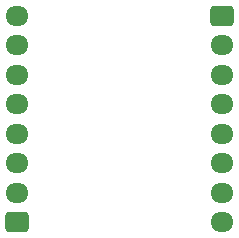
<source format=gbr>
%TF.GenerationSoftware,KiCad,Pcbnew,8.0.2-8.0.2-0~ubuntu22.04.1*%
%TF.CreationDate,2024-06-01T15:22:33+09:00*%
%TF.ProjectId,TB6612,54423636-3132-42e6-9b69-6361645f7063,rev?*%
%TF.SameCoordinates,Original*%
%TF.FileFunction,Soldermask,Bot*%
%TF.FilePolarity,Negative*%
%FSLAX46Y46*%
G04 Gerber Fmt 4.6, Leading zero omitted, Abs format (unit mm)*
G04 Created by KiCad (PCBNEW 8.0.2-8.0.2-0~ubuntu22.04.1) date 2024-06-01 15:22:33*
%MOMM*%
%LPD*%
G01*
G04 APERTURE LIST*
G04 Aperture macros list*
%AMRoundRect*
0 Rectangle with rounded corners*
0 $1 Rounding radius*
0 $2 $3 $4 $5 $6 $7 $8 $9 X,Y pos of 4 corners*
0 Add a 4 corners polygon primitive as box body*
4,1,4,$2,$3,$4,$5,$6,$7,$8,$9,$2,$3,0*
0 Add four circle primitives for the rounded corners*
1,1,$1+$1,$2,$3*
1,1,$1+$1,$4,$5*
1,1,$1+$1,$6,$7*
1,1,$1+$1,$8,$9*
0 Add four rect primitives between the rounded corners*
20,1,$1+$1,$2,$3,$4,$5,0*
20,1,$1+$1,$4,$5,$6,$7,0*
20,1,$1+$1,$6,$7,$8,$9,0*
20,1,$1+$1,$8,$9,$2,$3,0*%
G04 Aperture macros list end*
%ADD10RoundRect,0.250000X-0.725000X0.600000X-0.725000X-0.600000X0.725000X-0.600000X0.725000X0.600000X0*%
%ADD11O,1.950000X1.700000*%
%ADD12RoundRect,0.250000X0.725000X-0.600000X0.725000X0.600000X-0.725000X0.600000X-0.725000X-0.600000X0*%
G04 APERTURE END LIST*
D10*
%TO.C,J2*%
X151800000Y-84000000D03*
D11*
X151800000Y-86500000D03*
X151800000Y-89000000D03*
X151800000Y-91500000D03*
X151800000Y-94000000D03*
X151800000Y-96500000D03*
X151800000Y-99000000D03*
X151800000Y-101500000D03*
%TD*%
%TO.C,J1*%
X134500000Y-84000000D03*
X134500000Y-86500000D03*
X134500000Y-89000000D03*
X134500000Y-91500000D03*
X134500000Y-94000000D03*
X134500000Y-96500000D03*
X134500000Y-99000000D03*
D12*
X134500000Y-101500000D03*
%TD*%
M02*

</source>
